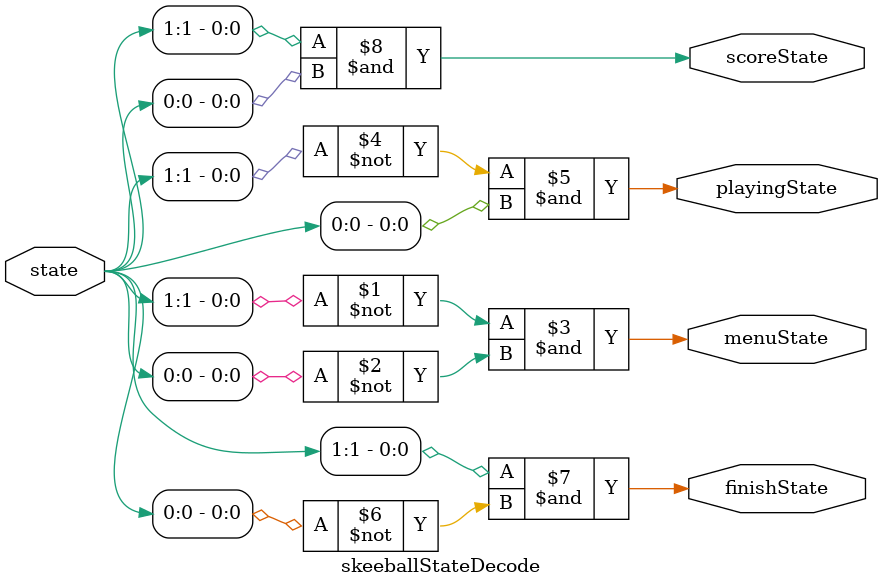
<source format=v>

module skeeballState(trigger, state);
	input trigger;
	output [1:0] state;
	
	reg [1:0] state;
	
	always @ (posedge trigger)
		begin
		case(state)
			2'b00: state = 2'b01; // Start Menu > Playing
			2'b01: state = 2'b10; // Playing > Finish
			2'b10: state = 2'b11; // Finish > Last Score
			default: state = 2'b00; // Last Score > Start Menu
			endcase
		end
endmodule

module skeeballStateDecode(state, menuState, playingState, finishState, scoreState);
	input [1:0] state;
	output menuState, playingState, finishState, scoreState;
	
	assign menuState = ~state[1] & ~state[0];
	assign playingState = ~state[1] & state[0];
	assign finishState = state[1] & ~state[0];
	assign scoreState = state[1] & state[0];
	
endmodule
</source>
